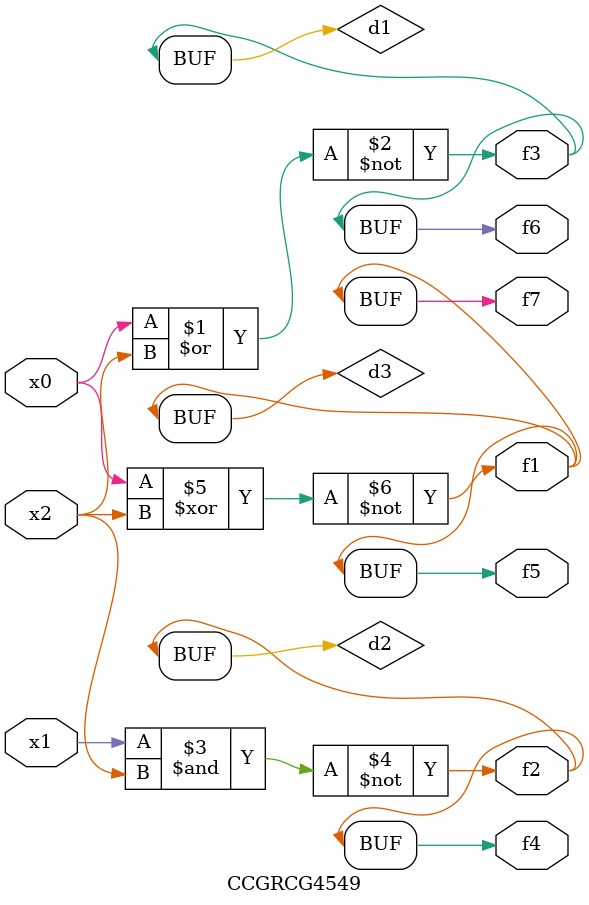
<source format=v>
module CCGRCG4549(
	input x0, x1, x2,
	output f1, f2, f3, f4, f5, f6, f7
);

	wire d1, d2, d3;

	nor (d1, x0, x2);
	nand (d2, x1, x2);
	xnor (d3, x0, x2);
	assign f1 = d3;
	assign f2 = d2;
	assign f3 = d1;
	assign f4 = d2;
	assign f5 = d3;
	assign f6 = d1;
	assign f7 = d3;
endmodule

</source>
